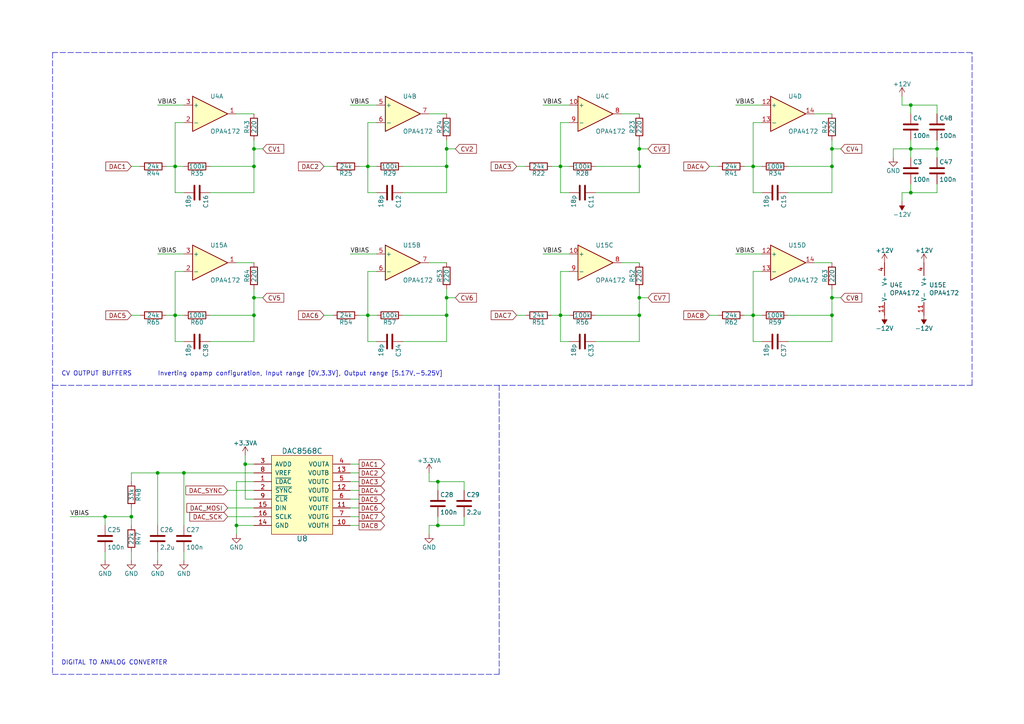
<source format=kicad_sch>
(kicad_sch (version 20211123) (generator eeschema)
  (paper "A4")
  (title_block (title "PER|FORMER eurorack sequencer") (date "2018-10-09") (rev "1.0") (company "westlicht") (comment 1 "cc-by-nc-sa"))
  (lib_symbols
    (symbol "Amplifier_Operational:OPA4134" (pin_names (offset 0.127))
      (property "Reference" "U" (at 0 5.08 0))
      (property "Value" "OPA4134" (at 0 -5.08 0))
      (symbol "OPA4134_1_1"
        (polyline (pts (xy -5.08 5.08) (xy 5.08 0) (xy -5.08 -5.08) (xy -5.08 5.08)) (stroke (width 0.254)) (fill (type background)))
        (pin output line (at 7.62 0 180) (length 2.54) (name "~") (number "1"))
        (pin input line (at -7.62 -2.54 0) (length 2.54) (name "-") (number "2"))
        (pin input line (at -7.62 2.54 0) (length 2.54) (name "+") (number "3"))
      )
      (symbol "OPA4134_2_1"
        (polyline (pts (xy -5.08 5.08) (xy 5.08 0) (xy -5.08 -5.08) (xy -5.08 5.08)) (stroke (width 0.254)) (fill (type background)))
        (pin input line (at -7.62 2.54 0) (length 2.54) (name "+") (number "5"))
        (pin input line (at -7.62 -2.54 0) (length 2.54) (name "-") (number "6"))
        (pin output line (at 7.62 0 180) (length 2.54) (name "~") (number "7"))
      )
      (symbol "OPA4134_3_1"
        (polyline (pts (xy -5.08 5.08) (xy 5.08 0) (xy -5.08 -5.08) (xy -5.08 5.08)) (stroke (width 0.254)) (fill (type background)))
        (pin input line (at -7.62 2.54 0) (length 2.54) (name "+") (number "10"))
        (pin output line (at 7.62 0 180) (length 2.54) (name "~") (number "8"))
        (pin input line (at -7.62 -2.54 0) (length 2.54) (name "-") (number "9"))
      )
      (symbol "OPA4134_4_1"
        (polyline (pts (xy -5.08 5.08) (xy 5.08 0) (xy -5.08 -5.08) (xy -5.08 5.08)) (stroke (width 0.254)) (fill (type background)))
        (pin input line (at -7.62 2.54 0) (length 2.54) (name "+") (number "12"))
        (pin input line (at -7.62 -2.54 0) (length 2.54) (name "-") (number "13"))
        (pin output line (at 7.62 0 180) (length 2.54) (name "~") (number "14"))
      )
      (symbol "OPA4134_5_1"
        (pin power_in line (at -2.54 -7.62 90) (length 3.81) (name "V-") (number "11"))
        (pin power_in line (at -2.54 7.62 270) (length 3.81) (name "V+") (number "4"))
      )
    )
    (symbol "Device:C" (pin_numbers hide) (pin_names (offset 0.254))
      (property "Reference" "C" (at 0.635 2.54 0))
      (property "Value" "C" (at 0.635 -2.54 0))
      (symbol "C_0_1"
        (polyline (pts (xy -2.032 -0.762) (xy 2.032 -0.762)) (stroke (width 0.508)))
        (polyline (pts (xy -2.032 0.762) (xy 2.032 0.762)) (stroke (width 0.508)))
      )
      (symbol "C_1_1"
        (pin passive line (at 0 3.81 270) (length 2.794) (name "~") (number "1"))
        (pin passive line (at 0 -3.81 90) (length 2.794) (name "~") (number "2"))
      )
    )
    (symbol "Device:R" (pin_numbers hide) (pin_names (offset 0))
      (property "Reference" "R" (at 2.032 0 90))
      (property "Value" "R" (at 0 0 90))
      (symbol "R_0_1"
        (rectangle (start -1.016 -2.54) (end 1.016 2.54) (stroke (width 0.254)))
      )
      (symbol "R_1_1"
        (pin passive line (at 0 3.81 270) (length 1.27) (name "~") (number "1"))
        (pin passive line (at 0 -3.81 90) (length 1.27) (name "~") (number "2"))
      )
    )
    (symbol "power:+12V" (power) (pin_names (offset 0))
      (property "Value" "+12V" (at 0 3.556 0))
      (symbol "+12V_0_1"
        (polyline (pts (xy -0.762 1.27) (xy 0 2.54)))
        (polyline (pts (xy 0 0) (xy 0 2.54)))
        (polyline (pts (xy 0 2.54) (xy 0.762 1.27)))
      )
      (symbol "+12V_1_1"
        (pin power_in line (at 0 0 90) (length 0) hide (name "+12V") (number "1"))
      )
    )
    (symbol "power:+3.3VA" (power) (pin_names (offset 0))
      (property "Value" "+3.3VA" (at 0 3.556 0))
      (symbol "+3.3VA_0_1"
        (polyline (pts (xy -0.762 1.27) (xy 0 2.54)))
        (polyline (pts (xy 0 0) (xy 0 2.54)))
        (polyline (pts (xy 0 2.54) (xy 0.762 1.27)))
      )
      (symbol "+3.3VA_1_1"
        (pin power_in line (at 0 0 90) (length 0) hide (name "+3.3VA") (number "1"))
      )
    )
    (symbol "power:-12V" (power) (pin_names (offset 0))
      (property "Value" "-12V" (at 0 3.81 0))
      (symbol "-12V_0_0"
        (pin power_in line (at 0 0 90) (length 0) hide (name "-12V") (number "1"))
      )
      (symbol "-12V_0_1"
        (polyline (pts (xy 0 0) (xy 0 1.27) (xy 0.762 1.27) (xy 0 2.54) (xy -0.762 1.27) (xy 0 1.27)) (fill (type outline)))
      )
    )
    (symbol "power:GND" (power) (pin_names (offset 0))
      (property "Value" "GND" (at 0 -3.81 0))
      (symbol "GND_0_1"
        (polyline (pts (xy 0 0) (xy 0 -1.27) (xy 1.27 -1.27) (xy 0 -2.54) (xy -1.27 -1.27) (xy 0 -1.27)))
      )
      (symbol "GND_1_1"
        (pin power_in line (at 0 0 270) (length 0) hide (name "GND") (number "1"))
      )
    )
    (symbol "w_dac:DAC8568C" (pin_names (offset 1.016))
      (property "Reference" "U" (at 13.97 -21.59 0))
      (property "Value" "w_dac_DAC8568C" (at 13.97 3.81 0))
      (symbol "DAC8568C_0_1"
        (rectangle (start 22.86 -20.32) (end 5.08 2.54) (fill (type background)))
      )
      (symbol "DAC8568C_1_1"
        (pin input line (at 0 -5.08 0) (length 5.08) (name "~{LDAC}") (number "1"))
        (pin output line (at 27.94 -17.78 180) (length 5.08) (name "VOUTH") (number "10"))
        (pin output line (at 27.94 -12.7 180) (length 5.08) (name "VOUTF") (number "11"))
        (pin output line (at 27.94 -7.62 180) (length 5.08) (name "VOUTD") (number "12"))
        (pin output line (at 27.94 -2.54 180) (length 5.08) (name "VOUTB") (number "13"))
        (pin power_in line (at 0 -17.78 0) (length 5.08) (name "GND") (number "14"))
        (pin input line (at 0 -12.7 0) (length 5.08) (name "DIN") (number "15"))
        (pin input line (at 0 -15.24 0) (length 5.08) (name "SCLK") (number "16"))
        (pin input line (at 0 -7.62 0) (length 5.08) (name "~{SYNC}") (number "2"))
        (pin power_in line (at 0 0 0) (length 5.08) (name "AVDD") (number "3"))
        (pin output line (at 27.94 0 180) (length 5.08) (name "VOUTA") (number "4"))
        (pin output line (at 27.94 -5.08 180) (length 5.08) (name "VOUTC") (number "5"))
        (pin output line (at 27.94 -10.16 180) (length 5.08) (name "VOUTE") (number "6"))
        (pin output line (at 27.94 -15.24 180) (length 5.08) (name "VOUTG") (number "7"))
        (pin input line (at 0 -2.54 0) (length 5.08) (name "VREF") (number "8"))
        (pin input line (at 0 -10.16 0) (length 5.08) (name "~{CLR}") (number "9"))
      )
    )
  )
  (junction (at 129.54 43.18))
  (junction (at 106.68 48.26))
  (junction (at 129.54 86.36))
  (junction (at 129.54 48.26))
  (junction (at 127 139.7))
  (junction (at 73.66 91.44))
  (junction (at 241.3 91.44))
  (junction (at 30.48 149.86))
  (junction (at 241.3 86.36))
  (junction (at 73.66 86.36))
  (junction (at 241.3 43.18))
  (junction (at 264.16 30.48))
  (junction (at 162.56 91.44))
  (junction (at 73.66 43.18))
  (junction (at 53.34 137.16))
  (junction (at 162.56 48.26))
  (junction (at 185.42 48.26))
  (junction (at 218.44 48.26))
  (junction (at 185.42 91.44))
  (junction (at 218.44 91.44))
  (junction (at 106.68 91.44))
  (junction (at 264.16 55.88))
  (junction (at 129.54 91.44))
  (junction (at 38.1 149.86))
  (junction (at 185.42 43.18))
  (junction (at 264.16 43.18))
  (junction (at 271.78 43.18))
  (junction (at 45.72 137.16))
  (junction (at 50.8 48.26))
  (junction (at 71.12 134.62))
  (junction (at 185.42 86.36))
  (junction (at 73.66 48.26))
  (junction (at 68.58 152.4))
  (junction (at 241.3 48.26))
  (junction (at 50.8 91.44))
  (junction (at 127 152.4))
  (polyline (pts (xy 15.24 15.24) (xy 15.24 195.58)))
  (wire (pts (xy 160.02 91.44) (xy 162.56 91.44)))
  (wire (pts (xy 162.56 55.88) (xy 165.1 55.88)))
  (wire (pts (xy 127 142.24) (xy 127 139.7)))
  (wire (pts (xy 50.8 78.74) (xy 50.8 91.44)))
  (wire (pts (xy 129.54 43.18) (xy 129.54 48.26)))
  (wire (pts (xy 185.42 83.82) (xy 185.42 86.36)))
  (wire (pts (xy 53.34 137.16) (xy 73.66 137.16)))
  (wire (pts (xy 124.46 76.2) (xy 129.54 76.2)))
  (wire (pts (xy 241.3 99.06) (xy 228.6 99.06)))
  (wire (pts (xy 241.3 86.36) (xy 243.84 86.36)))
  (wire (pts (xy 104.14 48.26) (xy 106.68 48.26)))
  (wire (pts (xy 50.8 48.26) (xy 53.34 48.26)))
  (wire (pts (xy 101.6 137.16) (xy 104.14 137.16)))
  (wire (pts (xy 264.16 55.88) (xy 264.16 53.34)))
  (wire (pts (xy 50.8 99.06) (xy 53.34 99.06)))
  (wire (pts (xy 241.3 83.82) (xy 241.3 86.36)))
  (wire (pts (xy 271.78 40.64) (xy 271.78 43.18)))
  (wire (pts (xy 101.6 73.66) (xy 109.22 73.66)))
  (wire (pts (xy 73.66 86.36) (xy 73.66 91.44)))
  (wire (pts (xy 50.8 35.56) (xy 50.8 48.26)))
  (wire (pts (xy 162.56 91.44) (xy 162.56 99.06)))
  (wire (pts (xy 218.44 78.74) (xy 218.44 91.44)))
  (wire (pts (xy 68.58 139.7) (xy 73.66 139.7)))
  (wire (pts (xy 213.36 73.66) (xy 220.98 73.66)))
  (wire (pts (xy 50.8 55.88) (xy 53.34 55.88)))
  (wire (pts (xy 38.1 137.16) (xy 45.72 137.16)))
  (wire (pts (xy 73.66 43.18) (xy 76.2 43.18)))
  (wire (pts (xy 53.34 162.56) (xy 53.34 160.02)))
  (wire (pts (xy 68.58 139.7) (xy 68.58 152.4)))
  (wire (pts (xy 30.48 160.02) (xy 30.48 162.56)))
  (wire (pts (xy 165.1 78.74) (xy 162.56 78.74)))
  (wire (pts (xy 264.16 43.18) (xy 271.78 43.18)))
  (wire (pts (xy 264.16 40.64) (xy 264.16 43.18)))
  (wire (pts (xy 73.66 83.82) (xy 73.66 86.36)))
  (wire (pts (xy 215.9 91.44) (xy 218.44 91.44)))
  (wire (pts (xy 96.52 48.26) (xy 93.98 48.26)))
  (wire (pts (xy 218.44 91.44) (xy 220.98 91.44)))
  (wire (pts (xy 241.3 91.44) (xy 241.3 99.06)))
  (wire (pts (xy 71.12 144.78) (xy 73.66 144.78)))
  (wire (pts (xy 129.54 55.88) (xy 116.84 55.88)))
  (wire (pts (xy 215.9 48.26) (xy 218.44 48.26)))
  (wire (pts (xy 106.68 35.56) (xy 106.68 48.26)))
  (wire (pts (xy 109.22 35.56) (xy 106.68 35.56)))
  (wire (pts (xy 185.42 48.26) (xy 185.42 55.88)))
  (wire (pts (xy 109.22 78.74) (xy 106.68 78.74)))
  (wire (pts (xy 101.6 144.78) (xy 104.14 144.78)))
  (wire (pts (xy 162.56 99.06) (xy 165.1 99.06)))
  (wire (pts (xy 106.68 91.44) (xy 106.68 99.06)))
  (wire (pts (xy 30.48 152.4) (xy 30.48 149.86)))
  (wire (pts (xy 71.12 134.62) (xy 71.12 144.78)))
  (wire (pts (xy 38.1 139.7) (xy 38.1 137.16)))
  (wire (pts (xy 66.04 147.32) (xy 73.66 147.32)))
  (polyline (pts (xy 15.24 111.76) (xy 281.94 111.76)))
  (wire (pts (xy 264.16 30.48) (xy 271.78 30.48)))
  (wire (pts (xy 185.42 43.18) (xy 187.96 43.18)))
  (wire (pts (xy 259.08 43.18) (xy 264.16 43.18)))
  (wire (pts (xy 124.46 152.4) (xy 124.46 154.94)))
  (wire (pts (xy 73.66 99.06) (xy 60.96 99.06)))
  (wire (pts (xy 101.6 152.4) (xy 104.14 152.4)))
  (wire (pts (xy 241.3 48.26) (xy 228.6 48.26)))
  (wire (pts (xy 129.54 91.44) (xy 116.84 91.44)))
  (wire (pts (xy 162.56 48.26) (xy 162.56 55.88)))
  (wire (pts (xy 271.78 43.18) (xy 271.78 45.72)))
  (wire (pts (xy 124.46 33.02) (xy 129.54 33.02)))
  (wire (pts (xy 218.44 91.44) (xy 218.44 99.06)))
  (wire (pts (xy 129.54 48.26) (xy 129.54 55.88)))
  (wire (pts (xy 220.98 78.74) (xy 218.44 78.74)))
  (wire (pts (xy 124.46 139.7) (xy 127 139.7)))
  (wire (pts (xy 241.3 43.18) (xy 241.3 48.26)))
  (wire (pts (xy 129.54 86.36) (xy 129.54 91.44)))
  (wire (pts (xy 71.12 134.62) (xy 73.66 134.62)))
  (wire (pts (xy 241.3 40.64) (xy 241.3 43.18)))
  (wire (pts (xy 241.3 86.36) (xy 241.3 91.44)))
  (wire (pts (xy 152.4 48.26) (xy 149.86 48.26)))
  (polyline (pts (xy 15.24 195.58) (xy 144.78 195.58)))
  (wire (pts (xy 208.28 48.26) (xy 205.74 48.26)))
  (wire (pts (xy 68.58 76.2) (xy 73.66 76.2)))
  (wire (pts (xy 127 152.4) (xy 134.62 152.4)))
  (wire (pts (xy 124.46 152.4) (xy 127 152.4)))
  (wire (pts (xy 185.42 99.06) (xy 172.72 99.06)))
  (wire (pts (xy 71.12 132.08) (xy 71.12 134.62)))
  (wire (pts (xy 101.6 139.7) (xy 104.14 139.7)))
  (wire (pts (xy 241.3 43.18) (xy 243.84 43.18)))
  (wire (pts (xy 127 139.7) (xy 134.62 139.7)))
  (wire (pts (xy 241.3 91.44) (xy 228.6 91.44)))
  (wire (pts (xy 106.68 48.26) (xy 109.22 48.26)))
  (wire (pts (xy 261.62 30.48) (xy 261.62 27.94)))
  (wire (pts (xy 73.66 91.44) (xy 60.96 91.44)))
  (wire (pts (xy 127 152.4) (xy 127 149.86)))
  (wire (pts (xy 264.16 55.88) (xy 271.78 55.88)))
  (wire (pts (xy 73.66 40.64) (xy 73.66 43.18)))
  (wire (pts (xy 73.66 48.26) (xy 60.96 48.26)))
  (wire (pts (xy 129.54 43.18) (xy 132.08 43.18)))
  (wire (pts (xy 218.44 48.26) (xy 218.44 55.88)))
  (wire (pts (xy 66.04 142.24) (xy 73.66 142.24)))
  (wire (pts (xy 50.8 48.26) (xy 50.8 55.88)))
  (wire (pts (xy 185.42 40.64) (xy 185.42 43.18)))
  (wire (pts (xy 157.48 30.48) (xy 165.1 30.48)))
  (wire (pts (xy 101.6 149.86) (xy 104.14 149.86)))
  (wire (pts (xy 185.42 43.18) (xy 185.42 48.26)))
  (wire (pts (xy 264.16 30.48) (xy 264.16 33.02)))
  (polyline (pts (xy 281.94 15.24) (xy 15.24 15.24)))
  (wire (pts (xy 101.6 142.24) (xy 104.14 142.24)))
  (wire (pts (xy 68.58 152.4) (xy 68.58 154.94)))
  (wire (pts (xy 241.3 55.88) (xy 228.6 55.88)))
  (wire (pts (xy 218.44 55.88) (xy 220.98 55.88)))
  (wire (pts (xy 165.1 35.56) (xy 162.56 35.56)))
  (wire (pts (xy 261.62 55.88) (xy 264.16 55.88)))
  (wire (pts (xy 259.08 43.18) (xy 259.08 45.72)))
  (wire (pts (xy 40.64 48.26) (xy 38.1 48.26)))
  (wire (pts (xy 218.44 48.26) (xy 220.98 48.26)))
  (wire (pts (xy 185.42 91.44) (xy 172.72 91.44)))
  (wire (pts (xy 106.68 48.26) (xy 106.68 55.88)))
  (wire (pts (xy 185.42 55.88) (xy 172.72 55.88)))
  (wire (pts (xy 101.6 147.32) (xy 104.14 147.32)))
  (wire (pts (xy 185.42 86.36) (xy 187.96 86.36)))
  (wire (pts (xy 73.66 48.26) (xy 73.66 55.88)))
  (wire (pts (xy 152.4 91.44) (xy 149.86 91.44)))
  (wire (pts (xy 53.34 35.56) (xy 50.8 35.56)))
  (wire (pts (xy 218.44 99.06) (xy 220.98 99.06)))
  (wire (pts (xy 261.62 55.88) (xy 261.62 58.42)))
  (wire (pts (xy 68.58 152.4) (xy 73.66 152.4)))
  (wire (pts (xy 213.36 30.48) (xy 220.98 30.48)))
  (wire (pts (xy 45.72 137.16) (xy 45.72 152.4)))
  (wire (pts (xy 218.44 35.56) (xy 218.44 48.26)))
  (wire (pts (xy 38.1 147.32) (xy 38.1 149.86)))
  (wire (pts (xy 66.04 149.86) (xy 73.66 149.86)))
  (wire (pts (xy 53.34 78.74) (xy 50.8 78.74)))
  (wire (pts (xy 180.34 76.2) (xy 185.42 76.2)))
  (wire (pts (xy 162.56 35.56) (xy 162.56 48.26)))
  (wire (pts (xy 185.42 86.36) (xy 185.42 91.44)))
  (wire (pts (xy 157.48 73.66) (xy 165.1 73.66)))
  (wire (pts (xy 45.72 73.66) (xy 53.34 73.66)))
  (wire (pts (xy 50.8 91.44) (xy 50.8 99.06)))
  (wire (pts (xy 162.56 48.26) (xy 165.1 48.26)))
  (polyline (pts (xy 281.94 111.76) (xy 281.94 15.24)))
  (wire (pts (xy 162.56 91.44) (xy 165.1 91.44)))
  (wire (pts (xy 48.26 91.44) (xy 50.8 91.44)))
  (wire (pts (xy 101.6 134.62) (xy 104.14 134.62)))
  (wire (pts (xy 162.56 78.74) (xy 162.56 91.44)))
  (wire (pts (xy 271.78 30.48) (xy 271.78 33.02)))
  (wire (pts (xy 271.78 55.88) (xy 271.78 53.34)))
  (wire (pts (xy 45.72 162.56) (xy 45.72 160.02)))
  (wire (pts (xy 160.02 48.26) (xy 162.56 48.26)))
  (wire (pts (xy 185.42 91.44) (xy 185.42 99.06)))
  (wire (pts (xy 68.58 33.02) (xy 73.66 33.02)))
  (wire (pts (xy 129.54 99.06) (xy 116.84 99.06)))
  (wire (pts (xy 101.6 30.48) (xy 109.22 30.48)))
  (wire (pts (xy 104.14 91.44) (xy 106.68 91.44)))
  (wire (pts (xy 20.32 149.86) (xy 30.48 149.86)))
  (wire (pts (xy 241.3 48.26) (xy 241.3 55.88)))
  (wire (pts (xy 50.8 91.44) (xy 53.34 91.44)))
  (wire (pts (xy 261.62 30.48) (xy 264.16 30.48)))
  (wire (pts (xy 185.42 48.26) (xy 172.72 48.26)))
  (wire (pts (xy 73.66 91.44) (xy 73.66 99.06)))
  (wire (pts (xy 73.66 43.18) (xy 73.66 48.26)))
  (wire (pts (xy 38.1 162.56) (xy 38.1 160.02)))
  (wire (pts (xy 106.68 91.44) (xy 109.22 91.44)))
  (wire (pts (xy 106.68 55.88) (xy 109.22 55.88)))
  (wire (pts (xy 96.52 91.44) (xy 93.98 91.44)))
  (wire (pts (xy 129.54 40.64) (xy 129.54 43.18)))
  (wire (pts (xy 236.22 33.02) (xy 241.3 33.02)))
  (wire (pts (xy 106.68 99.06) (xy 109.22 99.06)))
  (wire (pts (xy 129.54 86.36) (xy 132.08 86.36)))
  (wire (pts (xy 38.1 149.86) (xy 38.1 152.4)))
  (wire (pts (xy 40.64 91.44) (xy 38.1 91.44)))
  (wire (pts (xy 129.54 91.44) (xy 129.54 99.06)))
  (wire (pts (xy 129.54 48.26) (xy 116.84 48.26)))
  (wire (pts (xy 134.62 152.4) (xy 134.62 149.86)))
  (wire (pts (xy 236.22 76.2) (xy 241.3 76.2)))
  (polyline (pts (xy 144.78 195.58) (xy 144.78 111.76)))
  (wire (pts (xy 73.66 86.36) (xy 76.2 86.36)))
  (wire (pts (xy 73.66 55.88) (xy 60.96 55.88)))
  (wire (pts (xy 134.62 139.7) (xy 134.62 142.24)))
  (wire (pts (xy 45.72 137.16) (xy 53.34 137.16)))
  (wire (pts (xy 220.98 35.56) (xy 218.44 35.56)))
  (wire (pts (xy 106.68 78.74) (xy 106.68 91.44)))
  (wire (pts (xy 53.34 137.16) (xy 53.34 152.4)))
  (wire (pts (xy 129.54 83.82) (xy 129.54 86.36)))
  (wire (pts (xy 48.26 48.26) (xy 50.8 48.26)))
  (wire (pts (xy 180.34 33.02) (xy 185.42 33.02)))
  (wire (pts (xy 208.28 91.44) (xy 205.74 91.44)))
  (wire (pts (xy 30.48 149.86) (xy 38.1 149.86)))
  (wire (pts (xy 45.72 30.48) (xy 53.34 30.48)))
  (wire (pts (xy 124.46 137.16) (xy 124.46 139.7)))
  (wire (pts (xy 264.16 43.18) (xy 264.16 45.72)))
  (text "DIGITAL TO ANALOG CONVERTER" (at 17.78 193.04 0) (effects (font (size 1.2954 1.2954)) (justify left bottom)))
  (text "Inverting opamp configuration, Input range [0V,3.3V], Output range [5.17V,-5.25V]" (at 45.72 109.22 0) (effects (font (size 1.2954 1.2954)) (justify left bottom)))
  (text "CV OUTPUT BUFFERS" (at 17.78 109.22 0) (effects (font (size 1.2954 1.2954)) (justify left bottom)))
  (label "VBIAS" (at 20.32 149.86 0) (effects (font (size 1.2954 1.2954))))
  (label "VBIAS" (at 157.48 73.66 0) (effects (font (size 1.2954 1.2954))))
  (label "VBIAS" (at 213.36 73.66 0) (effects (font (size 1.2954 1.2954))))
  (label "VBIAS" (at 101.6 30.48 0) (effects (font (size 1.2954 1.2954))))
  (label "VBIAS" (at 101.6 73.66 0) (effects (font (size 1.2954 1.2954))))
  (label "VBIAS" (at 157.48 30.48 0) (effects (font (size 1.2954 1.2954))))
  (label "VBIAS" (at 213.36 30.48 0) (effects (font (size 1.2954 1.2954))))
  (label "VBIAS" (at 45.72 30.48 0) (effects (font (size 1.2954 1.2954))))
  (label "VBIAS" (at 45.72 73.66 0) (effects (font (size 1.2954 1.2954))))
  (global_label "DAC5" (shape input) (at 38.1 91.44 180) (effects (font (size 1.2954 1.2954))) (property "Intersheet References" "${INTERSHEET_REFS}" (effects hide)))
  (global_label "CV2" (shape input) (at 132.08 43.18 0) (effects (font (size 1.2954 1.2954))) (property "Intersheet References" "${INTERSHEET_REFS}" (effects hide)))
  (global_label "DAC5" (shape output) (at 104.14 144.78 0) (effects (font (size 1.2954 1.2954))) (property "Intersheet References" "${INTERSHEET_REFS}" (effects hide)))
  (global_label "DAC4" (shape input) (at 205.74 48.26 180) (effects (font (size 1.2954 1.2954))) (property "Intersheet References" "${INTERSHEET_REFS}" (effects hide)))
  (global_label "CV7" (shape input) (at 187.96 86.36 0) (effects (font (size 1.2954 1.2954))) (property "Intersheet References" "${INTERSHEET_REFS}" (effects hide)))
  (global_label "DAC2" (shape input) (at 93.98 48.26 180) (effects (font (size 1.2954 1.2954))) (property "Intersheet References" "${INTERSHEET_REFS}" (effects hide)))
  (global_label "CV8" (shape input) (at 243.84 86.36 0) (effects (font (size 1.2954 1.2954))) (property "Intersheet References" "${INTERSHEET_REFS}" (effects hide)))
  (global_label "DAC2" (shape output) (at 104.14 137.16 0) (effects (font (size 1.2954 1.2954))) (property "Intersheet References" "${INTERSHEET_REFS}" (effects hide)))
  (global_label "DAC_SCK" (shape input) (at 66.04 149.86 180) (effects (font (size 1.2954 1.2954))) (property "Intersheet References" "${INTERSHEET_REFS}" (effects hide)))
  (global_label "DAC_MOSI" (shape input) (at 66.04 147.32 180) (effects (font (size 1.2954 1.2954))) (property "Intersheet References" "${INTERSHEET_REFS}" (effects hide)))
  (global_label "CV3" (shape input) (at 187.96 43.18 0) (effects (font (size 1.2954 1.2954))) (property "Intersheet References" "${INTERSHEET_REFS}" (effects hide)))
  (global_label "DAC_SYNC" (shape input) (at 66.04 142.24 180) (effects (font (size 1.2954 1.2954))) (property "Intersheet References" "${INTERSHEET_REFS}" (effects hide)))
  (global_label "DAC6" (shape output) (at 104.14 147.32 0) (effects (font (size 1.2954 1.2954))) (property "Intersheet References" "${INTERSHEET_REFS}" (effects hide)))
  (global_label "DAC4" (shape output) (at 104.14 142.24 0) (effects (font (size 1.2954 1.2954))) (property "Intersheet References" "${INTERSHEET_REFS}" (effects hide)))
  (global_label "DAC8" (shape output) (at 104.14 152.4 0) (effects (font (size 1.2954 1.2954))) (property "Intersheet References" "${INTERSHEET_REFS}" (effects hide)))
  (global_label "DAC8" (shape input) (at 205.74 91.44 180) (effects (font (size 1.2954 1.2954))) (property "Intersheet References" "${INTERSHEET_REFS}" (effects hide)))
  (global_label "CV5" (shape input) (at 76.2 86.36 0) (effects (font (size 1.2954 1.2954))) (property "Intersheet References" "${INTERSHEET_REFS}" (effects hide)))
  (global_label "DAC3" (shape output) (at 104.14 139.7 0) (effects (font (size 1.2954 1.2954))) (property "Intersheet References" "${INTERSHEET_REFS}" (effects hide)))
  (global_label "DAC3" (shape input) (at 149.86 48.26 180) (effects (font (size 1.2954 1.2954))) (property "Intersheet References" "${INTERSHEET_REFS}" (effects hide)))
  (global_label "DAC7" (shape input) (at 149.86 91.44 180) (effects (font (size 1.2954 1.2954))) (property "Intersheet References" "${INTERSHEET_REFS}" (effects hide)))
  (global_label "DAC7" (shape output) (at 104.14 149.86 0) (effects (font (size 1.2954 1.2954))) (property "Intersheet References" "${INTERSHEET_REFS}" (effects hide)))
  (global_label "CV4" (shape input) (at 243.84 43.18 0) (effects (font (size 1.2954 1.2954))) (property "Intersheet References" "${INTERSHEET_REFS}" (effects hide)))
  (global_label "DAC1" (shape output) (at 104.14 134.62 0) (effects (font (size 1.2954 1.2954))) (property "Intersheet References" "${INTERSHEET_REFS}" (effects hide)))
  (global_label "CV6" (shape input) (at 132.08 86.36 0) (effects (font (size 1.2954 1.2954))) (property "Intersheet References" "${INTERSHEET_REFS}" (effects hide)))
  (global_label "DAC1" (shape input) (at 38.1 48.26 180) (effects (font (size 1.2954 1.2954))) (property "Intersheet References" "${INTERSHEET_REFS}" (effects hide)))
  (global_label "CV1" (shape input) (at 76.2 43.18 0) (effects (font (size 1.2954 1.2954))) (property "Intersheet References" "${INTERSHEET_REFS}" (effects hide)))
  (global_label "DAC6" (shape input) (at 93.98 91.44 180) (effects (font (size 1.2954 1.2954))) (property "Intersheet References" "${INTERSHEET_REFS}" (effects hide)))
  (symbol (lib_id "w_dac:DAC8568C") (at 73.66 134.62 0) (unit 1)
    (property "Reference" "U8" (at 87.63 156.21 0) (effects (font (size 1.524 1.524))))
    (property "Value" "DAC8568C" (at 87.63 130.81 0) (effects (font (size 1.524 1.524))))
    (property "Footprint" "Package_SO:TSSOP-16_4.4x5mm_P0.65mm" (effects hide))
    (property "Datasheet" "https://octopart.com/click/track?ct=datasheets&hlid=24881192&ppid=10447789&sid=370&sig=0a14fa8" (effects hide))
    (property "MFN" "Texas Instruments" (effects hide))
    (property "MFP" "DAC8568ICPW" (effects hide))
    (property "Package" "TSSOP-16" (effects hide))
  )
  (symbol (lib_id "power:GND") (at 68.58 154.94 0) (unit 1)
    (property "Reference" "#PWR0125" (effects hide))
    (property "Value" "GND" (at 68.58 158.75 0))
  )
  (symbol (lib_id "Amplifier_Operational:OPA4134") (at 116.84 33.02 0) (unit 2)
    (property "Reference" "U4" (at 116.84 27.94 0) (effects (justify left)))
    (property "Value" "OPA4172" (at 116.84 38.1 0) (effects (justify left)))
    (property "Footprint" "Package_SO:SOIC-14_3.9x8.7mm_P1.27mm" (effects hide))
    (property "Datasheet" "https://octopart.com/click/track?ct=datasheets&hlid=24903049&ppid=47153707&sid=370&sig=086dfac" (effects hide))
    (property "MFN" "Texas Instruments" (effects hide))
    (property "MFP" "OPA4172IDR" (effects hide))
    (property "Package" "SOIC-14" (effects hide))
  )
  (symbol (lib_id "Amplifier_Operational:OPA4134") (at 228.6 33.02 0) (unit 4)
    (property "Reference" "U4" (at 228.6 27.94 0) (effects (justify left)))
    (property "Value" "OPA4172" (at 228.6 38.1 0) (effects (justify left)))
    (property "Footprint" "Package_SO:SOIC-14_3.9x8.7mm_P1.27mm" (effects hide))
    (property "Datasheet" "https://octopart.com/click/track?ct=datasheets&hlid=24903049&ppid=47153707&sid=370&sig=086dfac" (effects hide))
    (property "MFN" "Texas Instruments" (effects hide))
    (property "MFP" "OPA4172IDR" (effects hide))
    (property "Package" "SOIC-14" (effects hide))
  )
  (symbol (lib_id "Amplifier_Operational:OPA4134") (at 116.84 76.2 0) (unit 2)
    (property "Reference" "U15" (at 116.84 71.12 0) (effects (justify left)))
    (property "Value" "OPA4172" (at 116.84 81.28 0) (effects (justify left)))
    (property "Footprint" "Package_SO:SOIC-14_3.9x8.7mm_P1.27mm" (effects hide))
    (property "Datasheet" "https://octopart.com/click/track?ct=datasheets&hlid=24903049&ppid=47153707&sid=370&sig=086dfac" (effects hide))
    (property "MFN" "Texas Instruments" (effects hide))
    (property "MFP" "OPA4172IDR" (effects hide))
    (property "Package" "SOIC-14" (effects hide))
  )
  (symbol (lib_id "Amplifier_Operational:OPA4134") (at 60.96 33.02 0) (unit 1)
    (property "Reference" "U4" (at 60.96 27.94 0) (effects (justify left)))
    (property "Value" "OPA4172" (at 60.96 38.1 0) (effects (justify left)))
    (property "Footprint" "Package_SO:SOIC-14_3.9x8.7mm_P1.27mm" (effects hide))
    (property "Datasheet" "https://octopart.com/click/track?ct=datasheets&hlid=24903049&ppid=47153707&sid=370&sig=086dfac" (effects hide))
    (property "MFN" "Texas Instruments" (effects hide))
    (property "MFP" "OPA4172IDR" (effects hide))
    (property "Package" "SOIC-14" (effects hide))
  )
  (symbol (lib_id "Amplifier_Operational:OPA4134") (at 172.72 33.02 0) (unit 3)
    (property "Reference" "U4" (at 172.72 27.94 0) (effects (justify left)))
    (property "Value" "OPA4172" (at 172.72 38.1 0) (effects (justify left)))
    (property "Footprint" "Package_SO:SOIC-14_3.9x8.7mm_P1.27mm" (effects hide))
    (property "Datasheet" "https://octopart.com/click/track?ct=datasheets&hlid=24903049&ppid=47153707&sid=370&sig=086dfac" (effects hide))
    (property "MFN" "Texas Instruments" (effects hide))
    (property "MFP" "OPA4172IDR" (effects hide))
    (property "Package" "SOIC-14" (effects hide))
  )
  (symbol (lib_id "Amplifier_Operational:OPA4134") (at 60.96 76.2 0) (unit 1)
    (property "Reference" "U15" (at 60.96 71.12 0) (effects (justify left)))
    (property "Value" "OPA4172" (at 60.96 81.28 0) (effects (justify left)))
    (property "Footprint" "Package_SO:SOIC-14_3.9x8.7mm_P1.27mm" (effects hide))
    (property "Datasheet" "https://octopart.com/click/track?ct=datasheets&hlid=24903049&ppid=47153707&sid=370&sig=086dfac" (effects hide))
    (property "MFN" "Texas Instruments" (effects hide))
    (property "MFP" "OPA4172IDR" (effects hide))
    (property "Package" "SOIC-14" (effects hide))
  )
  (symbol (lib_id "Amplifier_Operational:OPA4134") (at 172.72 76.2 0) (unit 3)
    (property "Reference" "U15" (at 172.72 71.12 0) (effects (justify left)))
    (property "Value" "OPA4172" (at 172.72 81.28 0) (effects (justify left)))
    (property "Footprint" "Package_SO:SOIC-14_3.9x8.7mm_P1.27mm" (effects hide))
    (property "Datasheet" "https://octopart.com/click/track?ct=datasheets&hlid=24903049&ppid=47153707&sid=370&sig=086dfac" (effects hide))
    (property "MFN" "Texas Instruments" (effects hide))
    (property "MFP" "OPA4172IDR" (effects hide))
    (property "Package" "SOIC-14" (effects hide))
  )
  (symbol (lib_id "Amplifier_Operational:OPA4134") (at 228.6 76.2 0) (unit 4)
    (property "Reference" "U15" (at 228.6 71.12 0) (effects (justify left)))
    (property "Value" "OPA4172" (at 228.6 81.28 0) (effects (justify left)))
    (property "Footprint" "Package_SO:SOIC-14_3.9x8.7mm_P1.27mm" (effects hide))
    (property "Datasheet" "https://octopart.com/click/track?ct=datasheets&hlid=24903049&ppid=47153707&sid=370&sig=086dfac" (effects hide))
    (property "MFN" "Texas Instruments" (effects hide))
    (property "MFP" "OPA4172IDR" (effects hide))
    (property "Package" "SOIC-14" (effects hide))
  )
  (symbol (lib_id "Device:C") (at 57.15 55.88 270) (unit 1)
    (property "Reference" "C16" (at 59.69 56.515 0) (effects (justify left)))
    (property "Value" "18p" (at 54.61 56.515 0) (effects (justify left)))
    (property "Footprint" "w_capacitor:C_0603" (effects hide))
    (property "Datasheet" "http://datasheet.octopart.com/GRM1885C1H180JA01J-Murata-datasheet-66077082.pdf" (effects hide))
    (property "MFN" "Murata" (effects hide))
    (property "MFP" "GRM1885C1H180JA01J" (effects hide))
    (property "Package" "0603" (effects hide))
  )
  (symbol (lib_id "Device:R") (at 57.15 48.26 270) (unit 1)
    (property "Reference" "R35" (at 57.15 50.292 90))
    (property "Value" "100k" (at 57.15 48.26 90))
    (property "Footprint" "w_resistor:R_0603" (effects hide))
    (property "Datasheet" "http://datasheet.octopart.com/ERJ-3EKF1003V-Panasonic-datasheet-82288794.pdf" (effects hide))
    (property "MFN" "Panasonic" (effects hide))
    (property "MFP" "ERJ-3EKF1003V" (effects hide))
    (property "Package" "0603" (effects hide))
  )
  (symbol (lib_id "Device:R") (at 44.45 48.26 270) (unit 1)
    (property "Reference" "R44" (at 44.45 50.292 90))
    (property "Value" "24k" (at 44.45 48.26 90))
    (property "Footprint" "w_resistor:R_0603" (effects hide))
    (property "Datasheet" "http://datasheet.octopart.com/ERJ-3EKF2402V-Panasonic-datasheet-82288794.pdf" (effects hide))
    (property "MFN" "Panasonic" (effects hide))
    (property "MFP" "ERJ-3EKF2402V" (effects hide))
    (property "Package" "0603" (effects hide))
  )
  (symbol (lib_id "Device:R") (at 73.66 36.83 180) (unit 1)
    (property "Reference" "R43" (at 71.628 36.83 90))
    (property "Value" "220" (at 73.66 36.83 90))
    (property "Footprint" "w_resistor:R_0603" (effects hide))
    (property "Datasheet" "http://datasheet.octopart.com/ERJ3EKF2200V-Panasonic-datasheet-13266541.pdf" (effects hide))
    (property "MFN" "Panasonic" (effects hide))
    (property "MFP" "ERJ-3EKF2200V" (effects hide))
    (property "Package" "0603" (effects hide))
  )
  (symbol (lib_id "Device:C") (at 113.03 55.88 270) (unit 1)
    (property "Reference" "C12" (at 115.57 56.515 0) (effects (justify left)))
    (property "Value" "18p" (at 110.49 56.515 0) (effects (justify left)))
    (property "Footprint" "w_capacitor:C_0603" (effects hide))
    (property "Datasheet" "http://datasheet.octopart.com/GRM1885C1H180JA01J-Murata-datasheet-66077082.pdf" (effects hide))
    (property "MFN" "Murata" (effects hide))
    (property "MFP" "GRM1885C1H180JA01J" (effects hide))
    (property "Package" "0603" (effects hide))
  )
  (symbol (lib_id "Device:R") (at 113.03 48.26 270) (unit 1)
    (property "Reference" "R29" (at 113.03 50.292 90))
    (property "Value" "100k" (at 113.03 48.26 90))
    (property "Footprint" "w_resistor:R_0603" (effects hide))
    (property "Datasheet" "http://datasheet.octopart.com/ERJ-3EKF1003V-Panasonic-datasheet-82288794.pdf" (effects hide))
    (property "MFN" "Panasonic" (effects hide))
    (property "MFP" "ERJ-3EKF1003V" (effects hide))
    (property "Package" "0603" (effects hide))
  )
  (symbol (lib_id "Device:R") (at 100.33 48.26 270) (unit 1)
    (property "Reference" "R25" (at 100.33 50.292 90))
    (property "Value" "24k" (at 100.33 48.26 90))
    (property "Footprint" "w_resistor:R_0603" (effects hide))
    (property "Datasheet" "http://datasheet.octopart.com/ERJ-3EKF2402V-Panasonic-datasheet-82288794.pdf" (effects hide))
    (property "MFN" "Panasonic" (effects hide))
    (property "MFP" "ERJ-3EKF2402V" (effects hide))
    (property "Package" "0603" (effects hide))
  )
  (symbol (lib_id "Device:R") (at 129.54 36.83 180) (unit 1)
    (property "Reference" "R24" (at 127.508 36.83 90))
    (property "Value" "220" (at 129.54 36.83 90))
    (property "Footprint" "w_resistor:R_0603" (effects hide))
    (property "Datasheet" "http://datasheet.octopart.com/ERJ3EKF2200V-Panasonic-datasheet-13266541.pdf" (effects hide))
    (property "MFN" "Panasonic" (effects hide))
    (property "MFP" "ERJ-3EKF2200V" (effects hide))
    (property "Package" "0603" (effects hide))
  )
  (symbol (lib_id "Device:C") (at 168.91 55.88 270) (unit 1)
    (property "Reference" "C11" (at 171.45 56.515 0) (effects (justify left)))
    (property "Value" "18p" (at 166.37 56.515 0) (effects (justify left)))
    (property "Footprint" "w_capacitor:C_0603" (effects hide))
    (property "Datasheet" "http://datasheet.octopart.com/GRM1885C1H180JA01J-Murata-datasheet-66077082.pdf" (effects hide))
    (property "MFN" "Murata" (effects hide))
    (property "MFP" "GRM1885C1H180JA01J" (effects hide))
    (property "Package" "0603" (effects hide))
  )
  (symbol (lib_id "Device:R") (at 168.91 48.26 270) (unit 1)
    (property "Reference" "R28" (at 168.91 50.292 90))
    (property "Value" "100k" (at 168.91 48.26 90))
    (property "Footprint" "w_resistor:R_0603" (effects hide))
    (property "Datasheet" "http://datasheet.octopart.com/ERJ-3EKF1003V-Panasonic-datasheet-82288794.pdf" (effects hide))
    (property "MFN" "Panasonic" (effects hide))
    (property "MFP" "ERJ-3EKF1003V" (effects hide))
    (property "Package" "0603" (effects hide))
  )
  (symbol (lib_id "Device:R") (at 156.21 48.26 270) (unit 1)
    (property "Reference" "R22" (at 156.21 50.292 90))
    (property "Value" "24k" (at 156.21 48.26 90))
    (property "Footprint" "w_resistor:R_0603" (effects hide))
    (property "Datasheet" "http://datasheet.octopart.com/ERJ-3EKF2402V-Panasonic-datasheet-82288794.pdf" (effects hide))
    (property "MFN" "Panasonic" (effects hide))
    (property "MFP" "ERJ-3EKF2402V" (effects hide))
    (property "Package" "0603" (effects hide))
  )
  (symbol (lib_id "Device:R") (at 185.42 36.83 180) (unit 1)
    (property "Reference" "R23" (at 183.388 36.83 90))
    (property "Value" "220" (at 185.42 36.83 90))
    (property "Footprint" "w_resistor:R_0603" (effects hide))
    (property "Datasheet" "http://datasheet.octopart.com/ERJ3EKF2200V-Panasonic-datasheet-13266541.pdf" (effects hide))
    (property "MFN" "Panasonic" (effects hide))
    (property "MFP" "ERJ-3EKF2200V" (effects hide))
    (property "Package" "0603" (effects hide))
  )
  (symbol (lib_id "power:+12V") (at 267.97 76.2 0) (unit 1)
    (property "Reference" "#PWR0129" (effects hide))
    (property "Value" "+12V" (at 267.97 72.644 0))
  )
  (symbol (lib_id "Device:C") (at 224.79 55.88 270) (unit 1)
    (property "Reference" "C15" (at 227.33 56.515 0) (effects (justify left)))
    (property "Value" "18p" (at 222.25 56.515 0) (effects (justify left)))
    (property "Footprint" "w_capacitor:C_0603" (effects hide))
    (property "Datasheet" "http://datasheet.octopart.com/GRM1885C1H180JA01J-Murata-datasheet-66077082.pdf" (effects hide))
    (property "MFN" "Murata" (effects hide))
    (property "MFP" "GRM1885C1H180JA01J" (effects hide))
    (property "Package" "0603" (effects hide))
  )
  (symbol (lib_id "Device:R") (at 224.79 48.26 270) (unit 1)
    (property "Reference" "R34" (at 224.79 50.292 90))
    (property "Value" "100k" (at 224.79 48.26 90))
    (property "Footprint" "w_resistor:R_0603" (effects hide))
    (property "Datasheet" "http://datasheet.octopart.com/ERJ-3EKF1003V-Panasonic-datasheet-82288794.pdf" (effects hide))
    (property "MFN" "Panasonic" (effects hide))
    (property "MFP" "ERJ-3EKF1003V" (effects hide))
    (property "Package" "0603" (effects hide))
  )
  (symbol (lib_id "Device:R") (at 212.09 48.26 270) (unit 1)
    (property "Reference" "R41" (at 212.09 50.292 90))
    (property "Value" "24k" (at 212.09 48.26 90))
    (property "Footprint" "w_resistor:R_0603" (effects hide))
    (property "Datasheet" "http://datasheet.octopart.com/ERJ-3EKF2402V-Panasonic-datasheet-82288794.pdf" (effects hide))
    (property "MFN" "Panasonic" (effects hide))
    (property "MFP" "ERJ-3EKF2402V" (effects hide))
    (property "Package" "0603" (effects hide))
  )
  (symbol (lib_id "Device:R") (at 241.3 36.83 180) (unit 1)
    (property "Reference" "R42" (at 239.268 36.83 90))
    (property "Value" "220" (at 241.3 36.83 90))
    (property "Footprint" "w_resistor:R_0603" (effects hide))
    (property "Datasheet" "http://datasheet.octopart.com/ERJ3EKF2200V-Panasonic-datasheet-13266541.pdf" (effects hide))
    (property "MFN" "Panasonic" (effects hide))
    (property "MFP" "ERJ-3EKF2200V" (effects hide))
    (property "Package" "0603" (effects hide))
  )
  (symbol (lib_id "power:-12V") (at 267.97 91.44 180) (unit 1)
    (property "Reference" "#PWR0119" (effects hide))
    (property "Value" "-12V" (at 267.97 95.25 0))
  )
  (symbol (lib_id "Device:C") (at 57.15 99.06 270) (unit 1)
    (property "Reference" "C38" (at 59.69 99.695 0) (effects (justify left)))
    (property "Value" "18p" (at 54.61 99.695 0) (effects (justify left)))
    (property "Footprint" "w_capacitor:C_0603" (effects hide))
    (property "Datasheet" "http://datasheet.octopart.com/GRM1885C1H180JA01J-Murata-datasheet-66077082.pdf" (effects hide))
    (property "MFN" "Murata" (effects hide))
    (property "MFP" "GRM1885C1H180JA01J" (effects hide))
    (property "Package" "0603" (effects hide))
  )
  (symbol (lib_id "Device:R") (at 57.15 91.44 270) (unit 1)
    (property "Reference" "R60" (at 57.15 93.472 90))
    (property "Value" "100k" (at 57.15 91.44 90))
    (property "Footprint" "w_resistor:R_0603" (effects hide))
    (property "Datasheet" "http://datasheet.octopart.com/ERJ-3EKF1003V-Panasonic-datasheet-82288794.pdf" (effects hide))
    (property "MFN" "Panasonic" (effects hide))
    (property "MFP" "ERJ-3EKF1003V" (effects hide))
    (property "Package" "0603" (effects hide))
  )
  (symbol (lib_id "Device:R") (at 44.45 91.44 270) (unit 1)
    (property "Reference" "R65" (at 44.45 93.472 90))
    (property "Value" "24k" (at 44.45 91.44 90))
    (property "Footprint" "w_resistor:R_0603" (effects hide))
    (property "Datasheet" "http://datasheet.octopart.com/ERJ-3EKF2402V-Panasonic-datasheet-82288794.pdf" (effects hide))
    (property "MFN" "Panasonic" (effects hide))
    (property "MFP" "ERJ-3EKF2402V" (effects hide))
    (property "Package" "0603" (effects hide))
  )
  (symbol (lib_id "Device:R") (at 73.66 80.01 180) (unit 1)
    (property "Reference" "R64" (at 71.628 80.01 90))
    (property "Value" "220" (at 73.66 80.01 90))
    (property "Footprint" "w_resistor:R_0603" (effects hide))
    (property "Datasheet" "http://datasheet.octopart.com/ERJ3EKF2200V-Panasonic-datasheet-13266541.pdf" (effects hide))
    (property "MFN" "Panasonic" (effects hide))
    (property "MFP" "ERJ-3EKF2200V" (effects hide))
    (property "Package" "0603" (effects hide))
  )
  (symbol (lib_id "Device:C") (at 113.03 99.06 270) (unit 1)
    (property "Reference" "C34" (at 115.57 99.695 0) (effects (justify left)))
    (property "Value" "18p" (at 110.49 99.695 0) (effects (justify left)))
    (property "Footprint" "w_capacitor:C_0603" (effects hide))
    (property "Datasheet" "http://datasheet.octopart.com/GRM1885C1H180JA01J-Murata-datasheet-66077082.pdf" (effects hide))
    (property "MFN" "Murata" (effects hide))
    (property "MFP" "GRM1885C1H180JA01J" (effects hide))
    (property "Package" "0603" (effects hide))
  )
  (symbol (lib_id "Device:R") (at 113.03 91.44 270) (unit 1)
    (property "Reference" "R57" (at 113.03 93.472 90))
    (property "Value" "100k" (at 113.03 91.44 90))
    (property "Footprint" "w_resistor:R_0603" (effects hide))
    (property "Datasheet" "http://datasheet.octopart.com/ERJ-3EKF1003V-Panasonic-datasheet-82288794.pdf" (effects hide))
    (property "MFN" "Panasonic" (effects hide))
    (property "MFP" "ERJ-3EKF1003V" (effects hide))
    (property "Package" "0603" (effects hide))
  )
  (symbol (lib_id "Device:R") (at 100.33 91.44 270) (unit 1)
    (property "Reference" "R54" (at 100.33 93.472 90))
    (property "Value" "24k" (at 100.33 91.44 90))
    (property "Footprint" "w_resistor:R_0603" (effects hide))
    (property "Datasheet" "http://datasheet.octopart.com/ERJ-3EKF2402V-Panasonic-datasheet-82288794.pdf" (effects hide))
    (property "MFN" "Panasonic" (effects hide))
    (property "MFP" "ERJ-3EKF2402V" (effects hide))
    (property "Package" "0603" (effects hide))
  )
  (symbol (lib_id "Device:R") (at 129.54 80.01 180) (unit 1)
    (property "Reference" "R53" (at 127.508 80.01 90))
    (property "Value" "220" (at 129.54 80.01 90))
    (property "Footprint" "w_resistor:R_0603" (effects hide))
    (property "Datasheet" "http://datasheet.octopart.com/ERJ3EKF2200V-Panasonic-datasheet-13266541.pdf" (effects hide))
    (property "MFN" "Panasonic" (effects hide))
    (property "MFP" "ERJ-3EKF2200V" (effects hide))
    (property "Package" "0603" (effects hide))
  )
  (symbol (lib_id "Device:C") (at 168.91 99.06 270) (unit 1)
    (property "Reference" "C33" (at 171.45 99.695 0) (effects (justify left)))
    (property "Value" "18p" (at 166.37 99.695 0) (effects (justify left)))
    (property "Footprint" "w_capacitor:C_0603" (effects hide))
    (property "Datasheet" "http://datasheet.octopart.com/GRM1885C1H180JA01J-Murata-datasheet-66077082.pdf" (effects hide))
    (property "MFN" "Murata" (effects hide))
    (property "MFP" "GRM1885C1H180JA01J" (effects hide))
    (property "Package" "0603" (effects hide))
  )
  (symbol (lib_id "Device:R") (at 168.91 91.44 270) (unit 1)
    (property "Reference" "R56" (at 168.91 93.472 90))
    (property "Value" "100k" (at 168.91 91.44 90))
    (property "Footprint" "w_resistor:R_0603" (effects hide))
    (property "Datasheet" "http://datasheet.octopart.com/ERJ-3EKF1003V-Panasonic-datasheet-82288794.pdf" (effects hide))
    (property "MFN" "Panasonic" (effects hide))
    (property "MFP" "ERJ-3EKF1003V" (effects hide))
    (property "Package" "0603" (effects hide))
  )
  (symbol (lib_id "Device:R") (at 156.21 91.44 270) (unit 1)
    (property "Reference" "R51" (at 156.21 93.472 90))
    (property "Value" "24k" (at 156.21 91.44 90))
    (property "Footprint" "w_resistor:R_0603" (effects hide))
    (property "Datasheet" "http://datasheet.octopart.com/ERJ-3EKF2402V-Panasonic-datasheet-82288794.pdf" (effects hide))
    (property "MFN" "Panasonic" (effects hide))
    (property "MFP" "ERJ-3EKF2402V" (effects hide))
    (property "Package" "0603" (effects hide))
  )
  (symbol (lib_id "Device:R") (at 185.42 80.01 180) (unit 1)
    (property "Reference" "R52" (at 183.388 80.01 90))
    (property "Value" "220" (at 185.42 80.01 90))
    (property "Footprint" "w_resistor:R_0603" (effects hide))
    (property "Datasheet" "http://datasheet.octopart.com/ERJ3EKF2200V-Panasonic-datasheet-13266541.pdf" (effects hide))
    (property "MFN" "Panasonic" (effects hide))
    (property "MFP" "ERJ-3EKF2200V" (effects hide))
    (property "Package" "0603" (effects hide))
  )
  (symbol (lib_id "Device:C") (at 224.79 99.06 270) (unit 1)
    (property "Reference" "C37" (at 227.33 99.695 0) (effects (justify left)))
    (property "Value" "18p" (at 222.25 99.695 0) (effects (justify left)))
    (property "Footprint" "w_capacitor:C_0603" (effects hide))
    (property "Datasheet" "http://datasheet.octopart.com/GRM1885C1H180JA01J-Murata-datasheet-66077082.pdf" (effects hide))
    (property "MFN" "Murata" (effects hide))
    (property "MFP" "GRM1885C1H180JA01J" (effects hide))
    (property "Package" "0603" (effects hide))
  )
  (symbol (lib_id "Device:R") (at 224.79 91.44 270) (unit 1)
    (property "Reference" "R59" (at 224.79 93.472 90))
    (property "Value" "100k" (at 224.79 91.44 90))
    (property "Footprint" "w_resistor:R_0603" (effects hide))
    (property "Datasheet" "http://datasheet.octopart.com/ERJ-3EKF1003V-Panasonic-datasheet-82288794.pdf" (effects hide))
    (property "MFN" "Panasonic" (effects hide))
    (property "MFP" "ERJ-3EKF1003V" (effects hide))
    (property "Package" "0603" (effects hide))
  )
  (symbol (lib_id "Device:R") (at 212.09 91.44 270) (unit 1)
    (property "Reference" "R62" (at 212.09 93.472 90))
    (property "Value" "24k" (at 212.09 91.44 90))
    (property "Footprint" "w_resistor:R_0603" (effects hide))
    (property "Datasheet" "http://datasheet.octopart.com/ERJ-3EKF2402V-Panasonic-datasheet-82288794.pdf" (effects hide))
    (property "MFN" "Panasonic" (effects hide))
    (property "MFP" "ERJ-3EKF2402V" (effects hide))
    (property "Package" "0603" (effects hide))
  )
  (symbol (lib_id "Device:R") (at 241.3 80.01 180) (unit 1)
    (property "Reference" "R63" (at 239.268 80.01 90))
    (property "Value" "220" (at 241.3 80.01 90))
    (property "Footprint" "w_resistor:R_0603" (effects hide))
    (property "Datasheet" "http://datasheet.octopart.com/ERJ3EKF2200V-Panasonic-datasheet-13266541.pdf" (effects hide))
    (property "MFN" "Panasonic" (effects hide))
    (property "MFP" "ERJ-3EKF2200V" (effects hide))
    (property "Package" "0603" (effects hide))
  )
  (symbol (lib_id "Device:C") (at 264.16 36.83 0) (unit 1)
    (property "Reference" "C4" (at 264.795 34.29 0) (effects (justify left)))
    (property "Value" "100n" (at 264.795 39.37 0) (effects (justify left)))
    (property "Footprint" "w_capacitor:C_0603" (effects hide))
    (property "Datasheet" "http://datasheet.octopart.com/GRM188R71E104JA01J-Murata-datasheet-66077098.pdf" (effects hide))
    (property "MFN" "Murata" (effects hide))
    (property "MFP" "GRM188R71E104JA01J" (effects hide))
    (property "Package" "0603" (effects hide))
  )
  (symbol (lib_id "Device:C") (at 271.78 36.83 0) (unit 1)
    (property "Reference" "C48" (at 272.415 34.29 0) (effects (justify left)))
    (property "Value" "100n" (at 272.415 39.37 0) (effects (justify left)))
    (property "Footprint" "w_capacitor:C_0603" (effects hide))
    (property "Datasheet" "http://datasheet.octopart.com/GRM188R71E104JA01J-Murata-datasheet-66077098.pdf" (effects hide))
    (property "MFN" "Murata" (effects hide))
    (property "MFP" "GRM188R71E104JA01J" (effects hide))
    (property "Package" "0603" (effects hide))
  )
  (symbol (lib_id "Device:C") (at 264.16 49.53 0) (unit 1)
    (property "Reference" "C3" (at 264.795 46.99 0) (effects (justify left)))
    (property "Value" "100n" (at 264.795 52.07 0) (effects (justify left)))
    (property "Footprint" "w_capacitor:C_0603" (effects hide))
    (property "Datasheet" "http://datasheet.octopart.com/GRM188R71E104JA01J-Murata-datasheet-66077098.pdf" (effects hide))
    (property "MFN" "Murata" (effects hide))
    (property "MFP" "GRM188R71E104JA01J" (effects hide))
    (property "Package" "0603" (effects hide))
  )
  (symbol (lib_id "Device:C") (at 271.78 49.53 0) (unit 1)
    (property "Reference" "C47" (at 272.415 46.99 0) (effects (justify left)))
    (property "Value" "100n" (at 272.415 52.07 0) (effects (justify left)))
    (property "Footprint" "w_capacitor:C_0603" (effects hide))
    (property "Datasheet" "http://datasheet.octopart.com/GRM188R71E104JA01J-Murata-datasheet-66077098.pdf" (effects hide))
    (property "MFN" "Murata" (effects hide))
    (property "MFP" "GRM188R71E104JA01J" (effects hide))
    (property "Package" "0603" (effects hide))
  )
  (symbol (lib_id "power:-12V") (at 261.62 58.42 180) (unit 1)
    (property "Reference" "#PWR0136" (effects hide))
    (property "Value" "-12V" (at 261.62 62.23 0))
  )
  (symbol (lib_id "power:+12V") (at 261.62 27.94 0) (unit 1)
    (property "Reference" "#PWR0134" (effects hide))
    (property "Value" "+12V" (at 261.62 24.384 0))
  )
  (symbol (lib_id "power:GND") (at 259.08 45.72 0) (unit 1)
    (property "Reference" "#PWR0135" (effects hide))
    (property "Value" "GND" (at 259.08 49.53 0))
  )
  (symbol (lib_id "Device:C") (at 127 146.05 0) (unit 1)
    (property "Reference" "C28" (at 127.635 143.51 0) (effects (justify left)))
    (property "Value" "100n" (at 127.635 148.59 0) (effects (justify left)))
    (property "Footprint" "w_capacitor:C_0603" (effects hide))
    (property "Datasheet" "http://datasheet.octopart.com/GRM188R71E104JA01J-Murata-datasheet-66077098.pdf" (effects hide))
    (property "MFN" "Murata" (effects hide))
    (property "MFP" "GRM188R71E104JA01J" (effects hide))
    (property "Package" "0603" (effects hide))
  )
  (symbol (lib_id "Device:C") (at 134.62 146.05 0) (unit 1)
    (property "Reference" "C29" (at 135.255 143.51 0) (effects (justify left)))
    (property "Value" "2.2u" (at 135.255 148.59 0) (effects (justify left)))
    (property "Footprint" "w_capacitor:C_0805" (effects hide))
    (property "Datasheet" "http://datasheet.octopart.com/C2012X5R1A225K085AA-TDK-datasheet-41194876.pdf" (effects hide))
    (property "MFN" "TDK" (effects hide))
    (property "MFP" "C2012X5R1A225K085AA" (effects hide))
    (property "Package" "0805" (effects hide))
  )
  (symbol (lib_id "power:+3.3VA") (at 124.46 137.16 0) (unit 1)
    (property "Reference" "#PWR0120" (effects hide))
    (property "Value" "+3.3VA" (at 124.46 133.604 0))
  )
  (symbol (lib_id "power:GND") (at 124.46 154.94 0) (unit 1)
    (property "Reference" "#PWR0137" (effects hide))
    (property "Value" "GND" (at 124.46 158.75 0))
  )
  (symbol (lib_id "Device:C") (at 53.34 156.21 0) (unit 1)
    (property "Reference" "C27" (at 53.975 153.67 0) (effects (justify left)))
    (property "Value" "100n" (at 53.975 158.75 0) (effects (justify left)))
    (property "Footprint" "w_capacitor:C_0603" (effects hide))
    (property "Datasheet" "http://datasheet.octopart.com/GRM188R71E104JA01J-Murata-datasheet-66077098.pdf" (effects hide))
    (property "MFN" "Murata" (effects hide))
    (property "MFP" "GRM188R71E104JA01J" (effects hide))
    (property "Package" "0603" (effects hide))
  )
  (symbol (lib_id "Device:C") (at 45.72 156.21 0) (unit 1)
    (property "Reference" "C26" (at 46.355 153.67 0) (effects (justify left)))
    (property "Value" "2.2u" (at 46.355 158.75 0) (effects (justify left)))
    (property "Footprint" "w_capacitor:C_0805" (effects hide))
    (property "Datasheet" "http://datasheet.octopart.com/C2012X5R1A225K085AA-TDK-datasheet-41194876.pdf" (effects hide))
    (property "MFN" "TDK" (effects hide))
    (property "MFP" "C2012X5R1A225K085AA" (effects hide))
    (property "Package" "0805" (effects hide))
  )
  (symbol (lib_id "power:GND") (at 45.72 162.56 0) (unit 1)
    (property "Reference" "#PWR0138" (effects hide))
    (property "Value" "GND" (at 45.72 166.37 0))
  )
  (symbol (lib_id "power:GND") (at 53.34 162.56 0) (unit 1)
    (property "Reference" "#PWR0139" (effects hide))
    (property "Value" "GND" (at 53.34 166.37 0))
  )
  (symbol (lib_id "power:+3.3VA") (at 71.12 132.08 0) (unit 1)
    (property "Reference" "#PWR0140" (effects hide))
    (property "Value" "+3.3VA" (at 71.12 128.524 0))
  )
  (symbol (lib_id "Device:R") (at 38.1 143.51 0) (unit 1)
    (property "Reference" "R48" (at 40.132 143.51 90))
    (property "Value" "33k" (at 38.1 143.51 90))
    (property "Footprint" "w_resistor:R_0603" (effects hide))
    (property "Datasheet" "http://datasheet.octopart.com/ERJ3EKF3302V-Panasonic-datasheet-13266541.pdf" (effects hide))
    (property "MFN" "Panasonic" (effects hide))
    (property "MFP" "ERJ-3EKF3302V" (effects hide))
    (property "Package" "0603" (effects hide))
  )
  (symbol (lib_id "Device:R") (at 38.1 156.21 0) (unit 1)
    (property "Reference" "R47" (at 40.132 156.21 90))
    (property "Value" "22k" (at 38.1 156.21 90))
    (property "Footprint" "w_resistor:R_0603" (effects hide))
    (property "Datasheet" "http://datasheet.octopart.com/ERJ3EKF2202V-Panasonic-datasheet-13266541.pdf" (effects hide))
    (property "MFN" "Panasonic" (effects hide))
    (property "MFP" "ERJ-3EKF2202V" (effects hide))
    (property "Package" "0603" (effects hide))
  )
  (symbol (lib_id "power:GND") (at 38.1 162.56 0) (unit 1)
    (property "Reference" "#PWR0141" (effects hide))
    (property "Value" "GND" (at 38.1 166.37 0))
  )
  (symbol (lib_id "Device:C") (at 30.48 156.21 0) (unit 1)
    (property "Reference" "C25" (at 31.115 153.67 0) (effects (justify left)))
    (property "Value" "100n" (at 31.115 158.75 0) (effects (justify left)))
    (property "Footprint" "w_capacitor:C_0603" (effects hide))
    (property "Datasheet" "http://datasheet.octopart.com/GRM188R71E104JA01J-Murata-datasheet-66077098.pdf" (effects hide))
    (property "MFN" "Murata" (effects hide))
    (property "MFP" "GRM188R71E104JA01J" (effects hide))
    (property "Package" "0603" (effects hide))
  )
  (symbol (lib_id "power:GND") (at 30.48 162.56 0) (unit 1)
    (property "Reference" "#PWR0142" (effects hide))
    (property "Value" "GND" (at 30.48 166.37 0))
  )
  (symbol (lib_id "Amplifier_Operational:OPA4134") (at 270.51 83.82 0) (unit 5)
    (property "Reference" "U15" (at 269.4432 82.6516 0) (effects (justify left)))
    (property "Value" "OPA4172" (at 269.4432 84.963 0) (effects (justify left)))
    (property "Footprint" "Package_SO:SOIC-14_3.9x8.7mm_P1.27mm" (effects hide))
    (property "Datasheet" "http://www.ti.com/lit/ds/symlink/opa134.pdf" (effects hide))
  )
  (symbol (lib_id "power:+12V") (at 256.54 76.2 0) (unit 1)
    (property "Reference" "#PWR0122" (effects hide))
    (property "Value" "+12V" (at 256.54 72.644 0))
  )
  (symbol (lib_id "power:-12V") (at 256.54 91.44 180) (unit 1)
    (property "Reference" "#PWR0123" (effects hide))
    (property "Value" "-12V" (at 256.54 95.25 0))
  )
  (symbol (lib_id "Amplifier_Operational:OPA4134") (at 259.08 83.82 0) (unit 5)
    (property "Reference" "U4" (at 258.0132 82.6516 0) (effects (justify left)))
    (property "Value" "OPA4172" (at 258.0132 84.963 0) (effects (justify left)))
    (property "Footprint" "Package_SO:SOIC-14_3.9x8.7mm_P1.27mm" (effects hide))
    (property "Datasheet" "http://www.ti.com/lit/ds/symlink/opa134.pdf" (effects hide))
  )
)
</source>
